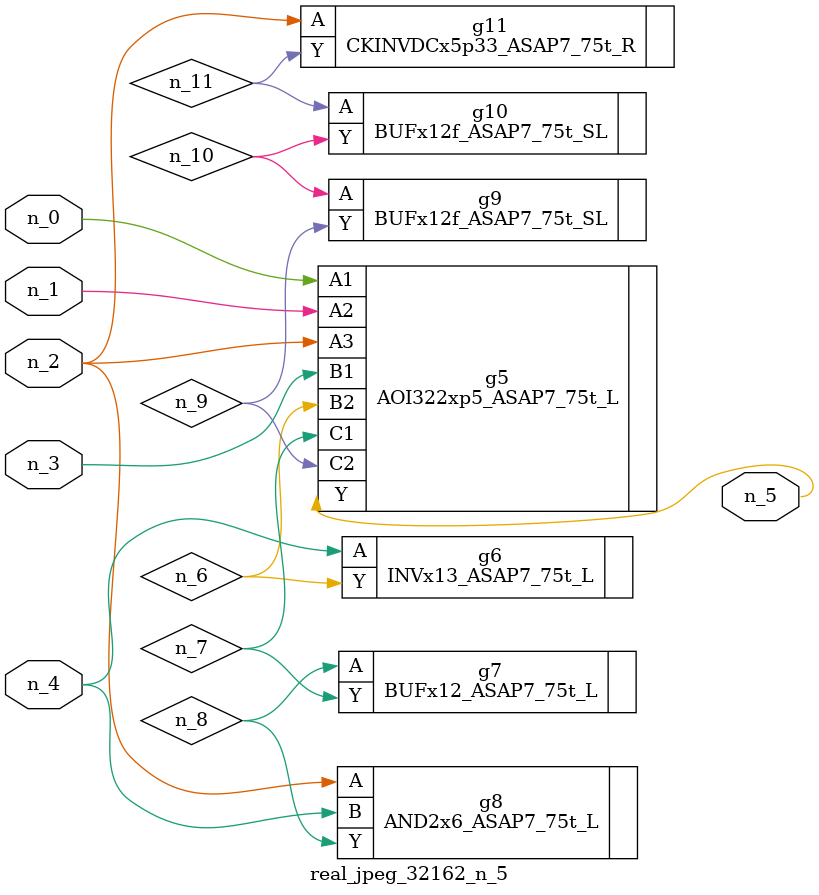
<source format=v>
module real_jpeg_32162_n_5 (n_4, n_0, n_1, n_2, n_3, n_5);

input n_4;
input n_0;
input n_1;
input n_2;
input n_3;

output n_5;

wire n_8;
wire n_11;
wire n_6;
wire n_7;
wire n_10;
wire n_9;

AOI322xp5_ASAP7_75t_L g5 ( 
.A1(n_0),
.A2(n_1),
.A3(n_2),
.B1(n_3),
.B2(n_6),
.C1(n_7),
.C2(n_9),
.Y(n_5)
);

AND2x6_ASAP7_75t_L g8 ( 
.A(n_2),
.B(n_4),
.Y(n_8)
);

CKINVDCx5p33_ASAP7_75t_R g11 ( 
.A(n_2),
.Y(n_11)
);

INVx13_ASAP7_75t_L g6 ( 
.A(n_4),
.Y(n_6)
);

BUFx12_ASAP7_75t_L g7 ( 
.A(n_8),
.Y(n_7)
);

BUFx12f_ASAP7_75t_SL g9 ( 
.A(n_10),
.Y(n_9)
);

BUFx12f_ASAP7_75t_SL g10 ( 
.A(n_11),
.Y(n_10)
);


endmodule
</source>
